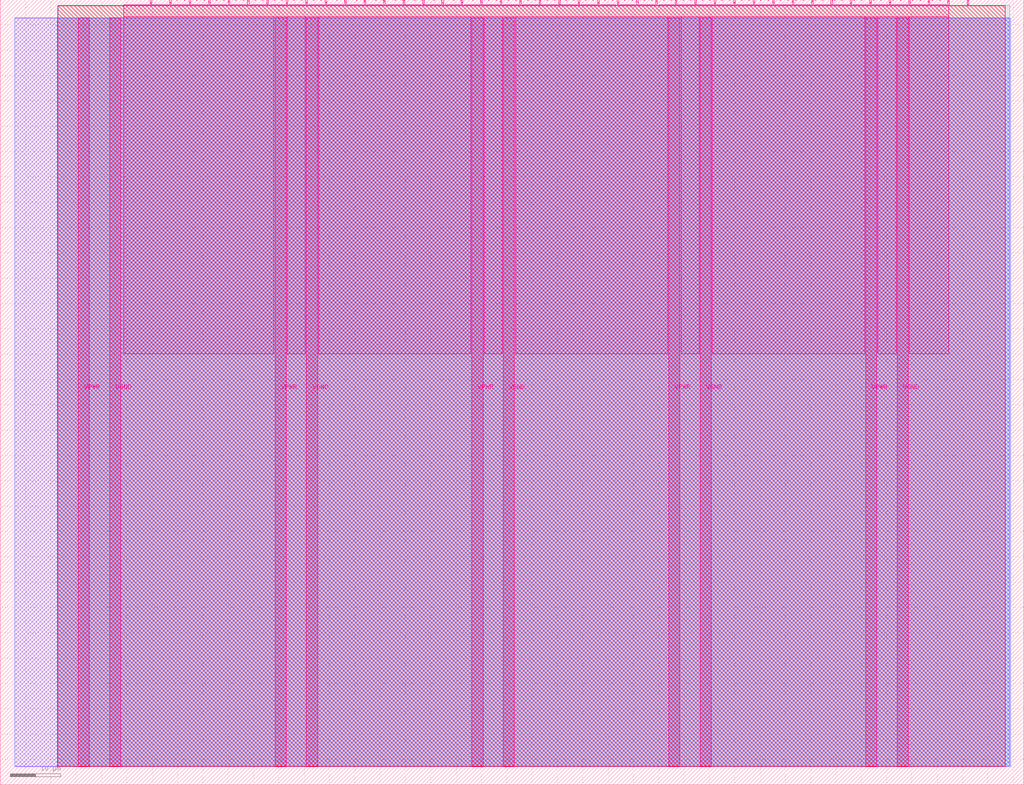
<source format=lef>
VERSION 5.7 ;
  NOWIREEXTENSIONATPIN ON ;
  DIVIDERCHAR "/" ;
  BUSBITCHARS "[]" ;
MACRO tt_um_gamepad_pmod_demo
  CLASS BLOCK ;
  FOREIGN tt_um_gamepad_pmod_demo ;
  ORIGIN 0.000 0.000 ;
  SIZE 202.080 BY 154.980 ;
  PIN VGND
    DIRECTION INOUT ;
    USE GROUND ;
    PORT
      LAYER Metal5 ;
        RECT 21.580 3.560 23.780 151.420 ;
    END
    PORT
      LAYER Metal5 ;
        RECT 60.450 3.560 62.650 151.420 ;
    END
    PORT
      LAYER Metal5 ;
        RECT 99.320 3.560 101.520 151.420 ;
    END
    PORT
      LAYER Metal5 ;
        RECT 138.190 3.560 140.390 151.420 ;
    END
    PORT
      LAYER Metal5 ;
        RECT 177.060 3.560 179.260 151.420 ;
    END
  END VGND
  PIN VPWR
    DIRECTION INOUT ;
    USE POWER ;
    PORT
      LAYER Metal5 ;
        RECT 15.380 3.560 17.580 151.420 ;
    END
    PORT
      LAYER Metal5 ;
        RECT 54.250 3.560 56.450 151.420 ;
    END
    PORT
      LAYER Metal5 ;
        RECT 93.120 3.560 95.320 151.420 ;
    END
    PORT
      LAYER Metal5 ;
        RECT 131.990 3.560 134.190 151.420 ;
    END
    PORT
      LAYER Metal5 ;
        RECT 170.860 3.560 173.060 151.420 ;
    END
  END VPWR
  PIN clk
    DIRECTION INPUT ;
    USE SIGNAL ;
    ANTENNAGATEAREA 0.213200 ;
    PORT
      LAYER Metal5 ;
        RECT 187.050 153.980 187.350 154.980 ;
    END
  END clk
  PIN ena
    DIRECTION INPUT ;
    USE SIGNAL ;
    PORT
      LAYER Metal5 ;
        RECT 190.890 153.980 191.190 154.980 ;
    END
  END ena
  PIN rst_n
    DIRECTION INPUT ;
    USE SIGNAL ;
    ANTENNAGATEAREA 0.495300 ;
    PORT
      LAYER Metal5 ;
        RECT 183.210 153.980 183.510 154.980 ;
    END
  END rst_n
  PIN ui_in[0]
    DIRECTION INPUT ;
    USE SIGNAL ;
    PORT
      LAYER Metal5 ;
        RECT 179.370 153.980 179.670 154.980 ;
    END
  END ui_in[0]
  PIN ui_in[1]
    DIRECTION INPUT ;
    USE SIGNAL ;
    PORT
      LAYER Metal5 ;
        RECT 175.530 153.980 175.830 154.980 ;
    END
  END ui_in[1]
  PIN ui_in[2]
    DIRECTION INPUT ;
    USE SIGNAL ;
    PORT
      LAYER Metal5 ;
        RECT 171.690 153.980 171.990 154.980 ;
    END
  END ui_in[2]
  PIN ui_in[3]
    DIRECTION INPUT ;
    USE SIGNAL ;
    PORT
      LAYER Metal5 ;
        RECT 167.850 153.980 168.150 154.980 ;
    END
  END ui_in[3]
  PIN ui_in[4]
    DIRECTION INPUT ;
    USE SIGNAL ;
    ANTENNAGATEAREA 0.180700 ;
    PORT
      LAYER Metal5 ;
        RECT 164.010 153.980 164.310 154.980 ;
    END
  END ui_in[4]
  PIN ui_in[5]
    DIRECTION INPUT ;
    USE SIGNAL ;
    ANTENNAGATEAREA 0.180700 ;
    PORT
      LAYER Metal5 ;
        RECT 160.170 153.980 160.470 154.980 ;
    END
  END ui_in[5]
  PIN ui_in[6]
    DIRECTION INPUT ;
    USE SIGNAL ;
    ANTENNAGATEAREA 0.180700 ;
    PORT
      LAYER Metal5 ;
        RECT 156.330 153.980 156.630 154.980 ;
    END
  END ui_in[6]
  PIN ui_in[7]
    DIRECTION INPUT ;
    USE SIGNAL ;
    PORT
      LAYER Metal5 ;
        RECT 152.490 153.980 152.790 154.980 ;
    END
  END ui_in[7]
  PIN uio_in[0]
    DIRECTION INPUT ;
    USE SIGNAL ;
    PORT
      LAYER Metal5 ;
        RECT 148.650 153.980 148.950 154.980 ;
    END
  END uio_in[0]
  PIN uio_in[1]
    DIRECTION INPUT ;
    USE SIGNAL ;
    PORT
      LAYER Metal5 ;
        RECT 144.810 153.980 145.110 154.980 ;
    END
  END uio_in[1]
  PIN uio_in[2]
    DIRECTION INPUT ;
    USE SIGNAL ;
    PORT
      LAYER Metal5 ;
        RECT 140.970 153.980 141.270 154.980 ;
    END
  END uio_in[2]
  PIN uio_in[3]
    DIRECTION INPUT ;
    USE SIGNAL ;
    PORT
      LAYER Metal5 ;
        RECT 137.130 153.980 137.430 154.980 ;
    END
  END uio_in[3]
  PIN uio_in[4]
    DIRECTION INPUT ;
    USE SIGNAL ;
    PORT
      LAYER Metal5 ;
        RECT 133.290 153.980 133.590 154.980 ;
    END
  END uio_in[4]
  PIN uio_in[5]
    DIRECTION INPUT ;
    USE SIGNAL ;
    PORT
      LAYER Metal5 ;
        RECT 129.450 153.980 129.750 154.980 ;
    END
  END uio_in[5]
  PIN uio_in[6]
    DIRECTION INPUT ;
    USE SIGNAL ;
    PORT
      LAYER Metal5 ;
        RECT 125.610 153.980 125.910 154.980 ;
    END
  END uio_in[6]
  PIN uio_in[7]
    DIRECTION INPUT ;
    USE SIGNAL ;
    PORT
      LAYER Metal5 ;
        RECT 121.770 153.980 122.070 154.980 ;
    END
  END uio_in[7]
  PIN uio_oe[0]
    DIRECTION OUTPUT ;
    USE SIGNAL ;
    ANTENNADIFFAREA 0.299200 ;
    PORT
      LAYER Metal5 ;
        RECT 56.490 153.980 56.790 154.980 ;
    END
  END uio_oe[0]
  PIN uio_oe[1]
    DIRECTION OUTPUT ;
    USE SIGNAL ;
    ANTENNADIFFAREA 0.299200 ;
    PORT
      LAYER Metal5 ;
        RECT 52.650 153.980 52.950 154.980 ;
    END
  END uio_oe[1]
  PIN uio_oe[2]
    DIRECTION OUTPUT ;
    USE SIGNAL ;
    ANTENNADIFFAREA 0.299200 ;
    PORT
      LAYER Metal5 ;
        RECT 48.810 153.980 49.110 154.980 ;
    END
  END uio_oe[2]
  PIN uio_oe[3]
    DIRECTION OUTPUT ;
    USE SIGNAL ;
    ANTENNADIFFAREA 0.299200 ;
    PORT
      LAYER Metal5 ;
        RECT 44.970 153.980 45.270 154.980 ;
    END
  END uio_oe[3]
  PIN uio_oe[4]
    DIRECTION OUTPUT ;
    USE SIGNAL ;
    ANTENNADIFFAREA 0.299200 ;
    PORT
      LAYER Metal5 ;
        RECT 41.130 153.980 41.430 154.980 ;
    END
  END uio_oe[4]
  PIN uio_oe[5]
    DIRECTION OUTPUT ;
    USE SIGNAL ;
    ANTENNADIFFAREA 0.299200 ;
    PORT
      LAYER Metal5 ;
        RECT 37.290 153.980 37.590 154.980 ;
    END
  END uio_oe[5]
  PIN uio_oe[6]
    DIRECTION OUTPUT ;
    USE SIGNAL ;
    ANTENNADIFFAREA 0.299200 ;
    PORT
      LAYER Metal5 ;
        RECT 33.450 153.980 33.750 154.980 ;
    END
  END uio_oe[6]
  PIN uio_oe[7]
    DIRECTION OUTPUT ;
    USE SIGNAL ;
    ANTENNADIFFAREA 0.299200 ;
    PORT
      LAYER Metal5 ;
        RECT 29.610 153.980 29.910 154.980 ;
    END
  END uio_oe[7]
  PIN uio_out[0]
    DIRECTION OUTPUT ;
    USE SIGNAL ;
    ANTENNADIFFAREA 0.299200 ;
    PORT
      LAYER Metal5 ;
        RECT 87.210 153.980 87.510 154.980 ;
    END
  END uio_out[0]
  PIN uio_out[1]
    DIRECTION OUTPUT ;
    USE SIGNAL ;
    ANTENNADIFFAREA 0.299200 ;
    PORT
      LAYER Metal5 ;
        RECT 83.370 153.980 83.670 154.980 ;
    END
  END uio_out[1]
  PIN uio_out[2]
    DIRECTION OUTPUT ;
    USE SIGNAL ;
    ANTENNADIFFAREA 0.299200 ;
    PORT
      LAYER Metal5 ;
        RECT 79.530 153.980 79.830 154.980 ;
    END
  END uio_out[2]
  PIN uio_out[3]
    DIRECTION OUTPUT ;
    USE SIGNAL ;
    ANTENNADIFFAREA 0.299200 ;
    PORT
      LAYER Metal5 ;
        RECT 75.690 153.980 75.990 154.980 ;
    END
  END uio_out[3]
  PIN uio_out[4]
    DIRECTION OUTPUT ;
    USE SIGNAL ;
    ANTENNADIFFAREA 0.299200 ;
    PORT
      LAYER Metal5 ;
        RECT 71.850 153.980 72.150 154.980 ;
    END
  END uio_out[4]
  PIN uio_out[5]
    DIRECTION OUTPUT ;
    USE SIGNAL ;
    ANTENNADIFFAREA 0.299200 ;
    PORT
      LAYER Metal5 ;
        RECT 68.010 153.980 68.310 154.980 ;
    END
  END uio_out[5]
  PIN uio_out[6]
    DIRECTION OUTPUT ;
    USE SIGNAL ;
    ANTENNADIFFAREA 0.299200 ;
    PORT
      LAYER Metal5 ;
        RECT 64.170 153.980 64.470 154.980 ;
    END
  END uio_out[6]
  PIN uio_out[7]
    DIRECTION OUTPUT ;
    USE SIGNAL ;
    ANTENNADIFFAREA 0.299200 ;
    PORT
      LAYER Metal5 ;
        RECT 60.330 153.980 60.630 154.980 ;
    END
  END uio_out[7]
  PIN uo_out[0]
    DIRECTION OUTPUT ;
    USE SIGNAL ;
    ANTENNADIFFAREA 0.654800 ;
    PORT
      LAYER Metal5 ;
        RECT 117.930 153.980 118.230 154.980 ;
    END
  END uo_out[0]
  PIN uo_out[1]
    DIRECTION OUTPUT ;
    USE SIGNAL ;
    ANTENNADIFFAREA 0.654800 ;
    PORT
      LAYER Metal5 ;
        RECT 114.090 153.980 114.390 154.980 ;
    END
  END uo_out[1]
  PIN uo_out[2]
    DIRECTION OUTPUT ;
    USE SIGNAL ;
    ANTENNADIFFAREA 0.654800 ;
    PORT
      LAYER Metal5 ;
        RECT 110.250 153.980 110.550 154.980 ;
    END
  END uo_out[2]
  PIN uo_out[3]
    DIRECTION OUTPUT ;
    USE SIGNAL ;
    ANTENNADIFFAREA 0.654800 ;
    PORT
      LAYER Metal5 ;
        RECT 106.410 153.980 106.710 154.980 ;
    END
  END uo_out[3]
  PIN uo_out[4]
    DIRECTION OUTPUT ;
    USE SIGNAL ;
    ANTENNADIFFAREA 0.632400 ;
    PORT
      LAYER Metal5 ;
        RECT 102.570 153.980 102.870 154.980 ;
    END
  END uo_out[4]
  PIN uo_out[5]
    DIRECTION OUTPUT ;
    USE SIGNAL ;
    ANTENNAGATEAREA 0.180700 ;
    ANTENNADIFFAREA 0.632400 ;
    PORT
      LAYER Metal5 ;
        RECT 98.730 153.980 99.030 154.980 ;
    END
  END uo_out[5]
  PIN uo_out[6]
    DIRECTION OUTPUT ;
    USE SIGNAL ;
    ANTENNAGATEAREA 0.361400 ;
    ANTENNADIFFAREA 0.632400 ;
    PORT
      LAYER Metal5 ;
        RECT 94.890 153.980 95.190 154.980 ;
    END
  END uo_out[6]
  PIN uo_out[7]
    DIRECTION OUTPUT ;
    USE SIGNAL ;
    ANTENNADIFFAREA 0.654800 ;
    PORT
      LAYER Metal5 ;
        RECT 91.050 153.980 91.350 154.980 ;
    END
  END uo_out[7]
  OBS
      LAYER GatPoly ;
        RECT 2.880 3.630 199.200 151.350 ;
      LAYER Metal1 ;
        RECT 2.880 3.560 199.200 151.420 ;
      LAYER Metal2 ;
        RECT 11.245 3.680 199.475 151.300 ;
      LAYER Metal3 ;
        RECT 11.420 3.635 199.300 153.865 ;
      LAYER Metal4 ;
        RECT 11.375 3.680 198.385 153.820 ;
      LAYER Metal5 ;
        RECT 24.380 153.770 29.400 153.980 ;
        RECT 30.120 153.770 33.240 153.980 ;
        RECT 33.960 153.770 37.080 153.980 ;
        RECT 37.800 153.770 40.920 153.980 ;
        RECT 41.640 153.770 44.760 153.980 ;
        RECT 45.480 153.770 48.600 153.980 ;
        RECT 49.320 153.770 52.440 153.980 ;
        RECT 53.160 153.770 56.280 153.980 ;
        RECT 57.000 153.770 60.120 153.980 ;
        RECT 60.840 153.770 63.960 153.980 ;
        RECT 64.680 153.770 67.800 153.980 ;
        RECT 68.520 153.770 71.640 153.980 ;
        RECT 72.360 153.770 75.480 153.980 ;
        RECT 76.200 153.770 79.320 153.980 ;
        RECT 80.040 153.770 83.160 153.980 ;
        RECT 83.880 153.770 87.000 153.980 ;
        RECT 87.720 153.770 90.840 153.980 ;
        RECT 91.560 153.770 94.680 153.980 ;
        RECT 95.400 153.770 98.520 153.980 ;
        RECT 99.240 153.770 102.360 153.980 ;
        RECT 103.080 153.770 106.200 153.980 ;
        RECT 106.920 153.770 110.040 153.980 ;
        RECT 110.760 153.770 113.880 153.980 ;
        RECT 114.600 153.770 117.720 153.980 ;
        RECT 118.440 153.770 121.560 153.980 ;
        RECT 122.280 153.770 125.400 153.980 ;
        RECT 126.120 153.770 129.240 153.980 ;
        RECT 129.960 153.770 133.080 153.980 ;
        RECT 133.800 153.770 136.920 153.980 ;
        RECT 137.640 153.770 140.760 153.980 ;
        RECT 141.480 153.770 144.600 153.980 ;
        RECT 145.320 153.770 148.440 153.980 ;
        RECT 149.160 153.770 152.280 153.980 ;
        RECT 153.000 153.770 156.120 153.980 ;
        RECT 156.840 153.770 159.960 153.980 ;
        RECT 160.680 153.770 163.800 153.980 ;
        RECT 164.520 153.770 167.640 153.980 ;
        RECT 168.360 153.770 171.480 153.980 ;
        RECT 172.200 153.770 175.320 153.980 ;
        RECT 176.040 153.770 179.160 153.980 ;
        RECT 179.880 153.770 183.000 153.980 ;
        RECT 183.720 153.770 186.840 153.980 ;
        RECT 24.380 151.630 187.300 153.770 ;
        RECT 24.380 85.115 54.040 151.630 ;
        RECT 56.660 85.115 60.240 151.630 ;
        RECT 62.860 85.115 92.910 151.630 ;
        RECT 95.530 85.115 99.110 151.630 ;
        RECT 101.730 85.115 131.780 151.630 ;
        RECT 134.400 85.115 137.980 151.630 ;
        RECT 140.600 85.115 170.650 151.630 ;
        RECT 173.270 85.115 176.850 151.630 ;
        RECT 179.470 85.115 187.300 151.630 ;
  END
END tt_um_gamepad_pmod_demo
END LIBRARY


</source>
